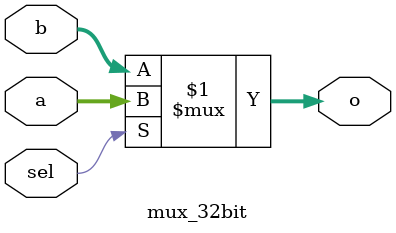
<source format=sv>
module mux_1bit(
    input logic a,
    input logic b,
    input logic sel,
    output logic o
);
    assign o = sel ? a : b;
endmodule

module mux_2bit(
    input logic[1:0] a,
    input logic[1:0] b,
    input logic sel,
    output logic[1:0] o
);
    assign o = sel ? a : b;
endmodule

module mux_4bit(
    input logic[3:0] a,
    input logic[3:0] b,
    input logic sel,
    output logic[3:0] o
);
    assign o = sel ? a : b;
endmodule

module mux_8bit(
    input logic[7:0] a,
    input logic[7:0] b,
    input logic sel,
    output logic[7:0] o
);
    assign o = sel ? a : b;
endmodule

module mux_16bit(
    input logic[15:0] a,
    input logic[15:0] b,
    input logic sel,
    output logic[15:0] o
);
    assign o = sel ? a : b;
endmodule

module mux_24bit(
    input logic[23:0] a,
    input logic[23:0] b,
    input logic sel,
    output logic[23:0] o
);
    assign o = sel ? a : b;
endmodule

module mux_32bit(
    input logic[31:0] a,
    input logic[31:0] b,
    input logic sel,
    output logic[31:0] o
);
    assign o = sel ? a : b;
endmodule

</source>
